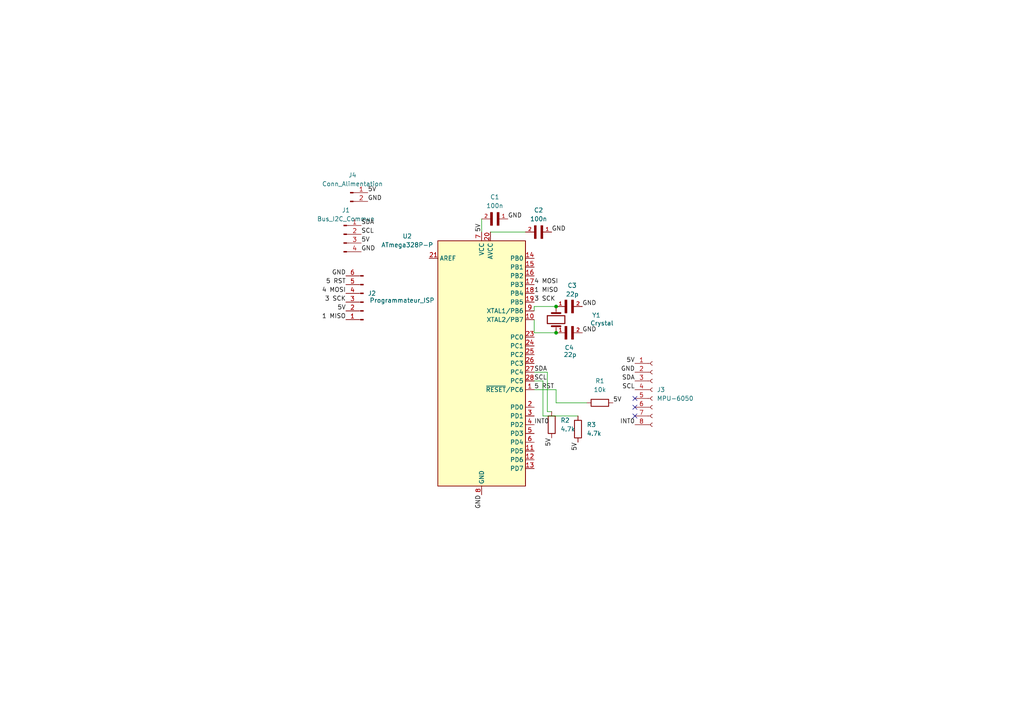
<source format=kicad_sch>
(kicad_sch (version 20250114) (generator "eeschema") (generator_version "9.0")
  (paper "A4")
  (title_block (title "BlackBox"))
  (lib_symbols
    (symbol "C0805F104K5RACTU:C0805F104K5RACTU" (pin_names (offset 1.016))
      (property "Reference" "C" (at 0 3.81 0))
      (property "Value" "C0805F104K5RACTU" (at 0 -5.08 0))
      (symbol "C0805F104K5RACTU_0_0"
        (rectangle (start 0 -1.905) (end 0.635 1.905) (stroke (width 0.1)) (fill (type outline)))
        (rectangle (start 1.905 -1.905) (end 2.54 1.905) (stroke (width 0.1)) (fill (type outline)))
        (pin passive line (at -2.54 0 0) (length 2.54) (name "~") (number "2"))
        (pin passive line (at 5.08 0 180) (length 2.54) (name "~") (number "1"))
      )
    )
    (symbol "Connector:Conn_01x02_Pin" (pin_names (offset 1.016) (hide yes))
      (property "Reference" "J" (at 0 2.54 0))
      (property "Value" "Conn_01x02_Pin" (at 0 -5.08 0))
      (symbol "Conn_01x02_Pin_1_1"
        (rectangle (start 0.8636 0.127) (end 0 -0.127) (stroke (width 0.1524)) (fill (type outline)))
        (rectangle (start 0.8636 -2.413) (end 0 -2.667) (stroke (width 0.1524)) (fill (type outline)))
        (polyline (pts (xy 1.27 0) (xy 0.8636 0)) (stroke (width 0.1524)))
        (polyline (pts (xy 1.27 -2.54) (xy 0.8636 -2.54)) (stroke (width 0.1524)))
        (pin passive line (at 5.08 0 180) (length 3.81) (name "Pin_1") (number "1"))
        (pin passive line (at 5.08 -2.54 180) (length 3.81) (name "Pin_2") (number "2"))
      )
    )
    (symbol "Connector:Conn_01x04_Pin" (pin_names (offset 1.016) (hide yes))
      (property "Reference" "J" (at 0 5.08 0))
      (property "Value" "Conn_01x04_Pin" (at 0 -7.62 0))
      (symbol "Conn_01x04_Pin_1_1"
        (rectangle (start 0.8636 2.667) (end 0 2.413) (stroke (width 0.1524)) (fill (type outline)))
        (rectangle (start 0.8636 0.127) (end 0 -0.127) (stroke (width 0.1524)) (fill (type outline)))
        (rectangle (start 0.8636 -2.413) (end 0 -2.667) (stroke (width 0.1524)) (fill (type outline)))
        (rectangle (start 0.8636 -4.953) (end 0 -5.207) (stroke (width 0.1524)) (fill (type outline)))
        (polyline (pts (xy 1.27 2.54) (xy 0.8636 2.54)) (stroke (width 0.1524)))
        (polyline (pts (xy 1.27 0) (xy 0.8636 0)) (stroke (width 0.1524)))
        (polyline (pts (xy 1.27 -2.54) (xy 0.8636 -2.54)) (stroke (width 0.1524)))
        (polyline (pts (xy 1.27 -5.08) (xy 0.8636 -5.08)) (stroke (width 0.1524)))
        (pin passive line (at 5.08 2.54 180) (length 3.81) (name "Pin_1") (number "1"))
        (pin passive line (at 5.08 0 180) (length 3.81) (name "Pin_2") (number "2"))
        (pin passive line (at 5.08 -2.54 180) (length 3.81) (name "Pin_3") (number "3"))
        (pin passive line (at 5.08 -5.08 180) (length 3.81) (name "Pin_4") (number "4"))
      )
    )
    (symbol "Connector:Conn_01x06_Pin" (pin_names (offset 1.016) (hide yes))
      (property "Reference" "J" (at 0 7.62 0))
      (property "Value" "Conn_01x06_Pin" (at 0 -10.16 0))
      (symbol "Conn_01x06_Pin_1_1"
        (rectangle (start 0.8636 5.207) (end 0 4.953) (stroke (width 0.1524)) (fill (type outline)))
        (rectangle (start 0.8636 2.667) (end 0 2.413) (stroke (width 0.1524)) (fill (type outline)))
        (rectangle (start 0.8636 0.127) (end 0 -0.127) (stroke (width 0.1524)) (fill (type outline)))
        (rectangle (start 0.8636 -2.413) (end 0 -2.667) (stroke (width 0.1524)) (fill (type outline)))
        (rectangle (start 0.8636 -4.953) (end 0 -5.207) (stroke (width 0.1524)) (fill (type outline)))
        (rectangle (start 0.8636 -7.493) (end 0 -7.747) (stroke (width 0.1524)) (fill (type outline)))
        (polyline (pts (xy 1.27 5.08) (xy 0.8636 5.08)) (stroke (width 0.1524)))
        (polyline (pts (xy 1.27 2.54) (xy 0.8636 2.54)) (stroke (width 0.1524)))
        (polyline (pts (xy 1.27 0) (xy 0.8636 0)) (stroke (width 0.1524)))
        (polyline (pts (xy 1.27 -2.54) (xy 0.8636 -2.54)) (stroke (width 0.1524)))
        (polyline (pts (xy 1.27 -5.08) (xy 0.8636 -5.08)) (stroke (width 0.1524)))
        (polyline (pts (xy 1.27 -7.62) (xy 0.8636 -7.62)) (stroke (width 0.1524)))
        (pin passive line (at 5.08 5.08 180) (length 3.81) (name "Pin_1") (number "1"))
        (pin passive line (at 5.08 2.54 180) (length 3.81) (name "Pin_2") (number "2"))
        (pin passive line (at 5.08 0 180) (length 3.81) (name "Pin_3") (number "3"))
        (pin passive line (at 5.08 -2.54 180) (length 3.81) (name "Pin_4") (number "4"))
        (pin passive line (at 5.08 -5.08 180) (length 3.81) (name "Pin_5") (number "5"))
        (pin passive line (at 5.08 -7.62 180) (length 3.81) (name "Pin_6") (number "6"))
      )
    )
    (symbol "Connector:Conn_01x08_Socket" (pin_names (offset 1.016) (hide yes))
      (property "Reference" "J" (at 0 10.16 0))
      (property "Value" "Conn_01x08_Socket" (at 0 -12.7 0))
      (symbol "Conn_01x08_Socket_1_1"
        (polyline (pts (xy -1.27 7.62) (xy -0.508 7.62)) (stroke (width 0.1524)))
        (polyline (pts (xy -1.27 5.08) (xy -0.508 5.08)) (stroke (width 0.1524)))
        (polyline (pts (xy -1.27 2.54) (xy -0.508 2.54)) (stroke (width 0.1524)))
        (polyline (pts (xy -1.27 0) (xy -0.508 0)) (stroke (width 0.1524)))
        (polyline (pts (xy -1.27 -2.54) (xy -0.508 -2.54)) (stroke (width 0.1524)))
        (polyline (pts (xy -1.27 -5.08) (xy -0.508 -5.08)) (stroke (width 0.1524)))
        (polyline (pts (xy -1.27 -7.62) (xy -0.508 -7.62)) (stroke (width 0.1524)))
        (polyline (pts (xy -1.27 -10.16) (xy -0.508 -10.16)) (stroke (width 0.1524)))
        (arc (start 0 7.112) (mid -0.5058 7.62) (end 0 8.128) (stroke (width 0.1524)))
        (arc (start 0 4.572) (mid -0.5058 5.08) (end 0 5.588) (stroke (width 0.1524)))
        (arc (start 0 2.032) (mid -0.5058 2.54) (end 0 3.048) (stroke (width 0.1524)))
        (arc (start 0 -0.508) (mid -0.5058 0) (end 0 0.508) (stroke (width 0.1524)))
        (arc (start 0 -3.048) (mid -0.5058 -2.54) (end 0 -2.032) (stroke (width 0.1524)))
        (arc (start 0 -5.588) (mid -0.5058 -5.08) (end 0 -4.572) (stroke (width 0.1524)))
        (arc (start 0 -8.128) (mid -0.5058 -7.62) (end 0 -7.112) (stroke (width 0.1524)))
        (arc (start 0 -10.668) (mid -0.5058 -10.16) (end 0 -9.652) (stroke (width 0.1524)))
        (pin passive line (at -5.08 7.62 0) (length 3.81) (name "Pin_1") (number "1"))
        (pin passive line (at -5.08 5.08 0) (length 3.81) (name "Pin_2") (number "2"))
        (pin passive line (at -5.08 2.54 0) (length 3.81) (name "Pin_3") (number "3"))
        (pin passive line (at -5.08 0 0) (length 3.81) (name "Pin_4") (number "4"))
        (pin passive line (at -5.08 -2.54 0) (length 3.81) (name "Pin_5") (number "5"))
        (pin passive line (at -5.08 -5.08 0) (length 3.81) (name "Pin_6") (number "6"))
        (pin passive line (at -5.08 -7.62 0) (length 3.81) (name "Pin_7") (number "7"))
        (pin passive line (at -5.08 -10.16 0) (length 3.81) (name "Pin_8") (number "8"))
      )
    )
    (symbol "Device:Crystal" (pin_numbers (hide yes)) (pin_names (offset 1.016) (hide yes))
      (property "Reference" "Y" (at 0 3.81 0))
      (property "Value" "Crystal" (at 0 -3.81 0))
      (symbol "Crystal_0_1"
        (polyline (pts (xy -2.54 0) (xy -1.905 0)))
        (polyline (pts (xy -1.905 -1.27) (xy -1.905 1.27)) (stroke (width 0.508)))
        (rectangle (start -1.143 2.54) (end 1.143 -2.54) (stroke (width 0.3048)))
        (polyline (pts (xy 1.905 -1.27) (xy 1.905 1.27)) (stroke (width 0.508)))
        (polyline (pts (xy 2.54 0) (xy 1.905 0)))
      )
      (symbol "Crystal_1_1"
        (pin passive line (at -3.81 0 0) (length 1.27) (name "1") (number "1"))
        (pin passive line (at 3.81 0 180) (length 1.27) (name "2") (number "2"))
      )
    )
    (symbol "Device:R" (pin_numbers (hide yes)) (pin_names (offset 0))
      (property "Reference" "R" (at 2.032 0 90))
      (property "Value" "R" (at 0 0 90))
      (symbol "R_0_1"
        (rectangle (start -1.016 -2.54) (end 1.016 2.54) (stroke (width 0.254)))
      )
      (symbol "R_1_1"
        (pin passive line (at 0 3.81 270) (length 1.27) (name "~") (number "1"))
        (pin passive line (at 0 -3.81 90) (length 1.27) (name "~") (number "2"))
      )
    )
    (symbol "MCU_Microchip_ATmega:ATmega328P-P"
      (property "Reference" "U" (at -12.7 36.83 0))
      (property "Value" "ATmega328P-P" (at 2.54 -36.83 0))
      (symbol "ATmega328P-P_0_1"
        (rectangle (start -12.7 -35.56) (end 12.7 35.56) (stroke (width 0.254)) (fill (type background)))
      )
      (symbol "ATmega328P-P_1_1"
        (pin passive line (at -15.24 30.48 0) (length 2.54) (name "AREF") (number "21"))
        (pin power_in line (at 0 38.1 270) (length 2.54) (name "VCC") (number "7"))
        (pin passive line (at 0 -38.1 90) (length 2.54) (hide yes) (name "GND") (number "22"))
        (pin power_in line (at 0 -38.1 90) (length 2.54) (name "GND") (number "8"))
        (pin power_in line (at 2.54 38.1 270) (length 2.54) (name "AVCC") (number "20"))
        (pin bidirectional line (at 15.24 30.48 180) (length 2.54) (name "PB0") (number "14"))
        (pin bidirectional line (at 15.24 27.94 180) (length 2.54) (name "PB1") (number "15"))
        (pin bidirectional line (at 15.24 25.4 180) (length 2.54) (name "PB2") (number "16"))
        (pin bidirectional line (at 15.24 22.86 180) (length 2.54) (name "PB3") (number "17"))
        (pin bidirectional line (at 15.24 20.32 180) (length 2.54) (name "PB4") (number "18"))
        (pin bidirectional line (at 15.24 17.78 180) (length 2.54) (name "PB5") (number "19"))
        (pin bidirectional line (at 15.24 15.24 180) (length 2.54) (name "XTAL1/PB6") (number "9"))
        (pin bidirectional line (at 15.24 12.7 180) (length 2.54) (name "XTAL2/PB7") (number "10"))
        (pin bidirectional line (at 15.24 7.62 180) (length 2.54) (name "PC0") (number "23"))
        (pin bidirectional line (at 15.24 5.08 180) (length 2.54) (name "PC1") (number "24"))
        (pin bidirectional line (at 15.24 2.54 180) (length 2.54) (name "PC2") (number "25"))
        (pin bidirectional line (at 15.24 0 180) (length 2.54) (name "PC3") (number "26"))
        (pin bidirectional line (at 15.24 -2.54 180) (length 2.54) (name "PC4") (number "27"))
        (pin bidirectional line (at 15.24 -5.08 180) (length 2.54) (name "PC5") (number "28"))
        (pin bidirectional line (at 15.24 -7.62 180) (length 2.54) (name "~{RESET}/PC6") (number "1"))
        (pin bidirectional line (at 15.24 -12.7 180) (length 2.54) (name "PD0") (number "2"))
        (pin bidirectional line (at 15.24 -15.24 180) (length 2.54) (name "PD1") (number "3"))
        (pin bidirectional line (at 15.24 -17.78 180) (length 2.54) (name "PD2") (number "4"))
        (pin bidirectional line (at 15.24 -20.32 180) (length 2.54) (name "PD3") (number "5"))
        (pin bidirectional line (at 15.24 -22.86 180) (length 2.54) (name "PD4") (number "6"))
        (pin bidirectional line (at 15.24 -25.4 180) (length 2.54) (name "PD5") (number "11"))
        (pin bidirectional line (at 15.24 -27.94 180) (length 2.54) (name "PD6") (number "12"))
        (pin bidirectional line (at 15.24 -30.48 180) (length 2.54) (name "PD7") (number "13"))
      )
    )
  )
  (junction (at 161.29 88.9))
  (junction (at 161.29 96.52))
  (no_connect (at 184.15 118.11))
  (no_connect (at 184.15 120.65))
  (no_connect (at 184.15 115.57))
  (wire (pts (xy 154.94 110.49) (xy 157.48 110.49)))
  (wire (pts (xy 158.75 119.38) (xy 160.02 119.38)))
  (wire (pts (xy 161.29 96.52) (xy 154.94 96.52)))
  (wire (pts (xy 170.18 116.84) (xy 161.29 116.84)))
  (wire (pts (xy 161.29 113.03) (xy 154.94 113.03)))
  (wire (pts (xy 161.29 88.9) (xy 154.94 88.9)))
  (wire (pts (xy 157.48 110.49) (xy 157.48 120.65)))
  (wire (pts (xy 154.94 107.95) (xy 158.75 107.95)))
  (wire (pts (xy 157.48 120.65) (xy 167.64 120.65)))
  (wire (pts (xy 139.7 63.5) (xy 139.7 67.31)))
  (wire (pts (xy 158.75 107.95) (xy 158.75 119.38)))
  (wire (pts (xy 142.24 67.31) (xy 152.4 67.31)))
  (wire (pts (xy 154.94 96.52) (xy 154.94 92.71)))
  (wire (pts (xy 154.94 88.9) (xy 154.94 90.17)))
  (wire (pts (xy 161.29 116.84) (xy 161.29 113.03)))
  (label "3 SCK" (at 100.33 87.63 180))
  (label "INT0" (at 154.94 123.19 0))
  (label "SCL" (at 184.15 113.03 180))
  (label "1 MISO" (at 154.94 85.09 0))
  (label "GND" (at 184.15 107.95 180))
  (label "5 RST" (at 154.94 113.03 0))
  (label "1 MISO" (at 100.33 92.71 180))
  (label "GND" (at 139.7 143.51 270))
  (label "5V" (at 160.02 127 270))
  (label "GND" (at 168.91 88.9 0))
  (label "GND" (at 104.775 73.025 0))
  (label "GND" (at 160.02 67.31 0))
  (label "4 MOSI" (at 154.94 82.55 0))
  (label "5V" (at 139.7 67.31 90))
  (label "5V" (at 100.33 90.17 180))
  (label "4 MOSI" (at 100.33 85.09 180))
  (label "5V" (at 104.775 70.485 0))
  (label "5 RST" (at 100.33 82.55 180))
  (label "3 SCK" (at 154.94 87.63 0))
  (label "5V" (at 184.15 105.41 180))
  (label "GND" (at 106.68 58.42 0))
  (label "SCL" (at 154.94 110.49 0))
  (label "5V" (at 106.68 55.88 0))
  (label "5V" (at 167.64 128.27 270))
  (label "SCL" (at 104.775 67.945 0))
  (label "GND" (at 100.33 80.01 180))
  (label "INT0" (at 184.15 123.19 180))
  (label "GND" (at 147.32 63.5 0))
  (label "5V" (at 177.8 116.84 0))
  (label "SDA" (at 104.775 65.405 0))
  (label "SDA" (at 184.15 110.49 180))
  (label "SDA" (at 154.94 107.95 0))
  (label "GND" (at 168.91 96.52 0))
  (symbol (lib_id "Device:R") (at 173.99 116.84 270) (unit 1)
    (property "Reference" "R1" (at 173.99 110.49 90))
    (property "Value" "10k" (at 173.99 113.03 90))
    (property "Footprint" "Resistor_THT:R_Axial_DIN0207_L6.3mm_D2.5mm_P7.62mm_Horizontal" (effects (hide yes)))
    (property "Description" "Resistor" (effects (hide yes)))
  )
  (symbol (lib_id "Connector:Conn_01x08_Socket") (at 189.23 113.03 0) (unit 1)
    (property "Reference" "J3" (at 190.5 113.0299 0) (effects (justify left)))
    (property "Value" "MPU-6050" (at 190.5 115.5699 0) (effects (justify left)))
    (property "Footprint" "Connector_PinHeader_2.54mm:PinHeader_1x08_P2.54mm_Vertical" (effects (hide yes)))
    (property "Description" "Generic connector, single row, 01x08, script generated" (effects (hide yes)))
  )
  (symbol (lib_id "C0805F104K5RACTU:C0805F104K5RACTU") (at 166.37 96.52 180) (unit 1)
    (property "Reference" "C4" (at 165.1 100.838 0))
    (property "Value" "22p" (at 165.354 102.87 0))
    (property "Footprint" "Capacitor_THT:CP_Radial_D5.0mm_P2.50mm" (effects (hide yes)))
    (property "MF" "KEMET" (effects (hide yes)))
    (property "Description_1" "0805 C 100nF Ceramic Multilayer Capacitor, 50 VDC, +125degC, X7R Dielec, +/-10% | KEMET C0805F104K5RACTU" (effects (hide yes)))
    (property "Package" "0805 Kemet" (effects (hide yes)))
    (property "Price" "None" (effects (hide yes)))
    (property "SnapEDA_Link" "https://www.snapeda.com/parts/C0805F104K5RACTU/KEMET/view-part/?ref=snap" (effects (hide yes)))
    (property "MP" "C0805F104K5RACTU" (effects (hide yes)))
    (property "Availability" "In Stock" (effects (hide yes)))
    (property "Check_prices" "https://www.snapeda.com/parts/C0805F104K5RACTU/KEMET/view-part/?ref=eda" (effects (hide yes)))
  )
  (symbol (lib_id "Connector:Conn_01x04_Pin") (at 99.695 67.945 0) (unit 1)
    (property "Reference" "J1" (at 100.33 60.96 0))
    (property "Value" "Bus_I2C_Commun" (at 100.33 63.5 0))
    (property "Footprint" "Connector_PinHeader_2.54mm:PinHeader_1x04_P2.54mm_Vertical" (effects (hide yes)))
    (property "Description" "Generic connector, single row, 01x04, script generated" (effects (hide yes)))
  )
  (symbol (lib_id "C0805F104K5RACTU:C0805F104K5RACTU") (at 142.24 63.5 0) (unit 1)
    (property "Reference" "C1" (at 143.51 57.15 0))
    (property "Value" "100n" (at 143.51 59.69 0))
    (property "Footprint" "Capacitor_THT:CP_Radial_D6.3mm_P2.50mm" (effects (hide yes)))
    (property "MF" "KEMET" (effects (hide yes)))
    (property "Description_1" "0805 C 100nF Ceramic Multilayer Capacitor, 50 VDC, +125degC, X7R Dielec, +/-10% | KEMET C0805F104K5RACTU" (effects (hide yes)))
    (property "Package" "0805 Kemet" (effects (hide yes)))
    (property "Price" "None" (effects (hide yes)))
    (property "SnapEDA_Link" "https://www.snapeda.com/parts/C0805F104K5RACTU/KEMET/view-part/?ref=snap" (effects (hide yes)))
    (property "MP" "C0805F104K5RACTU" (effects (hide yes)))
    (property "Availability" "In Stock" (effects (hide yes)))
    (property "Check_prices" "https://www.snapeda.com/parts/C0805F104K5RACTU/KEMET/view-part/?ref=eda" (effects (hide yes)))
  )
  (symbol (lib_id "Connector:Conn_01x06_Pin") (at 105.41 87.63 180) (unit 1)
    (property "Reference" "J2" (at 106.68 85.0899 0) (effects (justify right)))
    (property "Value" "Programmateur_ISP" (at 107.188 87.122 0) (effects (justify right)))
    (property "Footprint" "Connector_PinHeader_2.54mm:PinHeader_1x06_P2.54mm_Vertical" (effects (hide yes)))
    (property "Description" "Generic connector, single row, 01x06, script generated" (effects (hide yes)))
  )
  (symbol (lib_id "C0805F104K5RACTU:C0805F104K5RACTU") (at 166.37 88.9 180) (unit 1)
    (property "Reference" "C3" (at 164.592 82.804 0) (effects (justify right)))
    (property "Value" "22p" (at 164.084 85.344 0) (effects (justify right)))
    (property "Footprint" "Capacitor_THT:CP_Radial_D5.0mm_P2.50mm" (effects (hide yes)))
    (property "MF" "KEMET" (effects (hide yes)))
    (property "Description_1" "0805 C 100nF Ceramic Multilayer Capacitor, 50 VDC, +125degC, X7R Dielec, +/-10% | KEMET C0805F104K5RACTU" (effects (hide yes)))
    (property "Package" "0805 Kemet" (effects (hide yes)))
    (property "Price" "None" (effects (hide yes)))
    (property "SnapEDA_Link" "https://www.snapeda.com/parts/C0805F104K5RACTU/KEMET/view-part/?ref=snap" (effects (hide yes)))
    (property "MP" "C0805F104K5RACTU" (effects (hide yes)))
    (property "Availability" "In Stock" (effects (hide yes)))
    (property "Check_prices" "https://www.snapeda.com/parts/C0805F104K5RACTU/KEMET/view-part/?ref=eda" (effects (hide yes)))
  )
  (symbol (lib_id "Device:Crystal") (at 161.29 92.71 90) (unit 1)
    (property "Reference" "Y1" (at 171.704 91.44 90) (effects (justify right)))
    (property "Value" "Crystal" (at 171.196 93.726 90) (effects (justify right)))
    (property "Footprint" "Crystal:Crystal_HC49-U_Vertical" (effects (hide yes)))
    (property "Description" "Two pin crystal" (effects (hide yes)))
  )
  (symbol (lib_id "Device:R") (at 160.02 123.19 0) (unit 1)
    (property "Reference" "R2" (at 162.56 121.9199 0) (effects (justify left)))
    (property "Value" "4.7k" (at 162.56 124.4599 0) (effects (justify left)))
    (property "Footprint" "Resistor_THT:R_Axial_DIN0309_L9.0mm_D3.2mm_P12.70mm_Horizontal" (effects (hide yes)))
    (property "Description" "Resistor" (effects (hide yes)))
  )
  (symbol (lib_id "Connector:Conn_01x02_Pin") (at 101.6 55.88 0) (unit 1)
    (property "Reference" "J4" (at 102.235 50.8 0))
    (property "Value" "Conn_Alimentation" (at 102.235 53.34 0))
    (property "Footprint" "Connector_PinHeader_2.54mm:PinHeader_1x02_P2.54mm_Vertical" (effects (hide yes)))
    (property "Description" "Generic connector, single row, 01x02, script generated" (effects (hide yes)))
  )
  (symbol (lib_id "MCU_Microchip_ATmega:ATmega328P-P") (at 139.7 105.41 0) (unit 1)
    (property "Reference" "U2" (at 118.11 68.5098 0))
    (property "Value" "ATmega328P-P" (at 118.11 71.0498 0))
    (property "Footprint" "Package_DIP:DIP-28_W7.62mm" (effects (hide yes)))
    (property "Datasheet" "http://ww1.microchip.com/downloads/en/DeviceDoc/ATmega328_P%20AVR%20MCU%20with%20picoPower%20Technology%20Data%20Sheet%2040001984A.pdf" (effects (hide yes)))
    (property "Description" "20MHz, 32kB Flash, 2kB SRAM, 1kB EEPROM, DIP-28" (effects (hide yes)))
  )
  (symbol (lib_id "Device:R") (at 167.64 124.46 0) (unit 1)
    (property "Reference" "R3" (at 170.18 123.1899 0) (effects (justify left)))
    (property "Value" "4.7k" (at 170.18 125.7299 0) (effects (justify left)))
    (property "Footprint" "Resistor_THT:R_Axial_DIN0309_L9.0mm_D3.2mm_P12.70mm_Horizontal" (effects (hide yes)))
    (property "Description" "Resistor" (effects (hide yes)))
  )
  (symbol (lib_id "C0805F104K5RACTU:C0805F104K5RACTU") (at 154.94 67.31 0) (unit 1)
    (property "Reference" "C2" (at 156.21 60.96 0))
    (property "Value" "100n" (at 156.21 63.5 0))
    (property "Footprint" "Capacitor_THT:CP_Radial_D6.3mm_P2.50mm" (effects (hide yes)))
    (property "MF" "KEMET" (effects (hide yes)))
    (property "Description_1" "0805 C 100nF Ceramic Multilayer Capacitor, 50 VDC, +125degC, X7R Dielec, +/-10% | KEMET C0805F104K5RACTU" (effects (hide yes)))
    (property "Package" "0805 Kemet" (effects (hide yes)))
    (property "Price" "None" (effects (hide yes)))
    (property "SnapEDA_Link" "https://www.snapeda.com/parts/C0805F104K5RACTU/KEMET/view-part/?ref=snap" (effects (hide yes)))
    (property "MP" "C0805F104K5RACTU" (effects (hide yes)))
    (property "Availability" "In Stock" (effects (hide yes)))
    (property "Check_prices" "https://www.snapeda.com/parts/C0805F104K5RACTU/KEMET/view-part/?ref=eda" (effects (hide yes)))
  )
)
</source>
